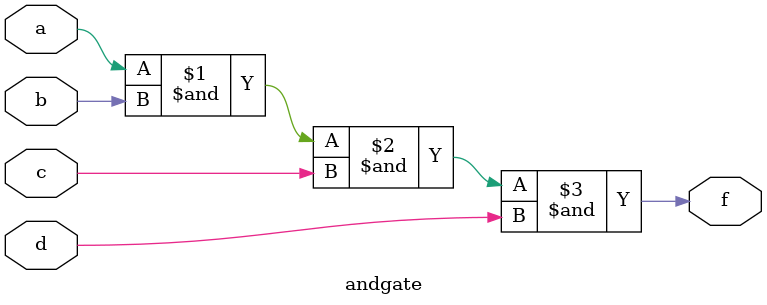
<source format=sv>
`timescale 1ns / 1ps


module andgate(
    input logic a,
    input logic b,
    input logic c,
    input logic d,
    output logic f
    );
    and (f, a, b,c,d);
endmodule 
</source>
